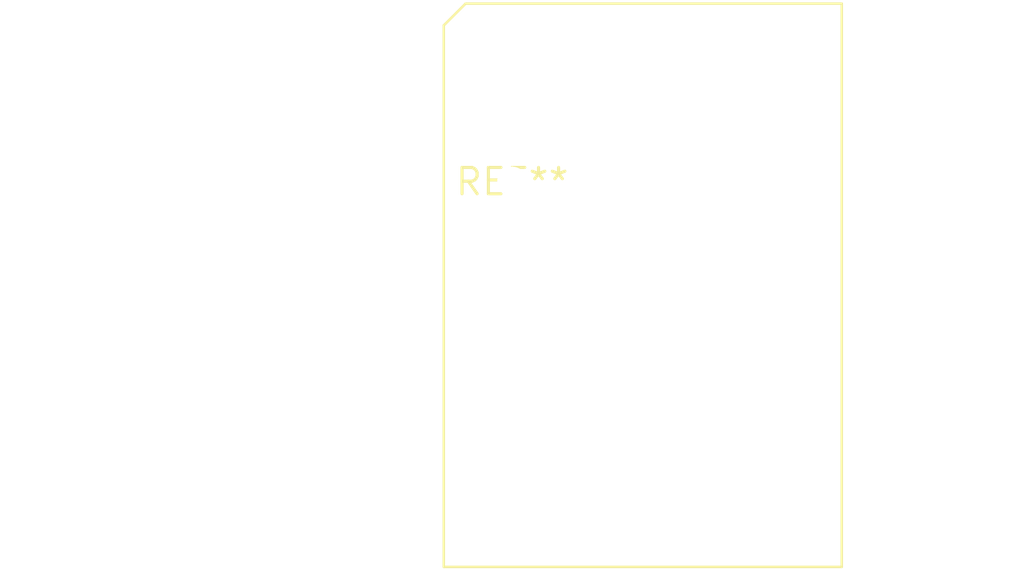
<source format=kicad_pcb>
(kicad_pcb (version 20240108) (generator pcbnew)
  (layers (0 "F.Cu" signal) (31 "B.Cu" signal) (34 "B.Paste" user) (35 "F.Paste" user) (36 "B.SilkS" user "B.Silkscreen") (37 "F.SilkS" user "F.Silkscreen") (38 "B.Mask" user) (39 "F.Mask" user) (44 "Edge.Cuts" user))
  (net 0 "")
  (footprint "L_CommonMode_PulseElectronics_PH9455x705NL_1" (layer "F.Cu") (at 0 0)
    (property "Reference" "REF**")
    (property "Value" "L_CommonMode_PulseElectronics_PH9455x705NL_1")
    (fp_line (start -3.3 -7.55) (end -3.3 18.6) (layer "F.SilkS") (stroke (width 0.12)))
    (fp_line (start -3.3 18.6) (end 15.9 18.6) (layer "F.SilkS") (stroke (width 0.12)))
    (fp_line (start -2.25 -8.6) (end -3.3 -7.55) (layer "F.SilkS") (stroke (width 0.12)))
    (fp_line (start 15.9 -8.6) (end -2.25 -8.6) (layer "F.SilkS") (stroke (width 0.12)))
    (fp_line (start 15.9 18.6) (end 15.9 -8.6) (layer "F.SilkS") (stroke (width 0.12)))
    (pad "1" thru_hole rect (at 0 0) (size 3 3) (drill 1.45) (layers *.Cu *.Mask) (remove_unused_layers))
    (pad "2" thru_hole circle (at 0 10) (size 3 3) (drill 1.45) (layers *.Cu *.Mask) (remove_unused_layers))
    (pad "3" thru_hole circle (at 12.6 10) (size 3 3) (drill 1.45) (layers *.Cu *.Mask) (remove_unused_layers))
    (pad "4" thru_hole circle (at 12.6 0) (size 3 3) (drill 1.45) (layers *.Cu *.Mask) (remove_unused_layers))
  )
)
</source>
